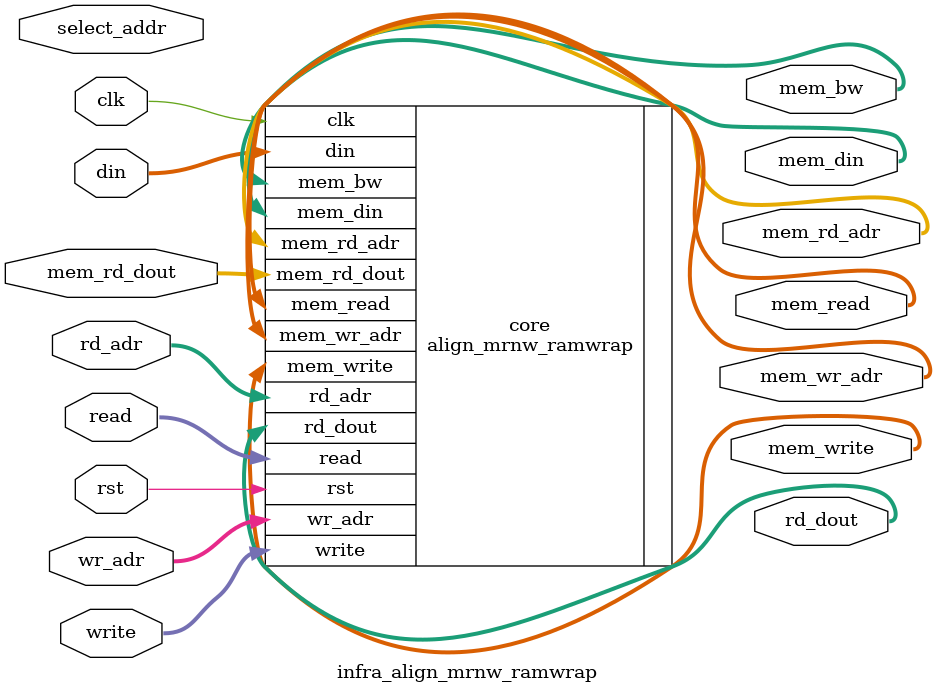
<source format=v>
module infra_align_mrnw_ramwrap (write, wr_adr, din, read, rd_adr, rd_dout,// rd_serr, rd_padr,
	                 mem_write, mem_wr_adr, mem_bw, mem_din, mem_read, mem_rd_adr, mem_rd_dout,
		         clk, rst,
		         select_addr);

  parameter WIDTH = 32;
  parameter PARITY = 1;
  parameter NUMRDPT = 2;
  parameter NUMWRPT = 2;
  parameter NUMADDR = 1024;
  parameter BITADDR = 10;
  parameter NUMWRDS = 4;
  parameter BITWRDS = 2;
  parameter NUMSROW = 256;
  parameter BITSROW = 8;
  parameter BITPADR = 10;
  parameter SRAM_DELAY = 2;
  parameter FLOPMEM = 0;

  parameter MEMWDTH = WIDTH;//+PARITY;

  input [NUMWRPT-1:0] write;
  input [NUMWRPT*BITADDR-1:0] wr_adr;
  input [NUMWRPT*WIDTH-1:0] din;

  input [NUMRDPT-1:0] read;
  input [NUMRDPT*BITADDR-1:0] rd_adr;
  output [NUMRDPT*WIDTH-1:0] rd_dout;

  output [NUMWRPT-1:0] mem_write;
  output [NUMWRPT*BITSROW-1:0] mem_wr_adr;
  output [NUMWRPT*NUMWRDS*MEMWDTH-1:0] mem_bw;
  output [NUMWRPT*NUMWRDS*MEMWDTH-1:0] mem_din;

  output [NUMRDPT-1:0] mem_read;
  output [NUMRDPT*BITSROW-1:0] mem_rd_adr;
  input [NUMRDPT*NUMWRDS*MEMWDTH-1:0] mem_rd_dout;

  input clk;
  input rst;

  input [BITADDR-1:0] select_addr;

  align_mrnw_ramwrap #(.WIDTH (WIDTH), //.PARITY (PARITY), 
               .NUMRDPT (NUMRDPT), .NUMWRPT (NUMWRPT), .NUMADDR (NUMADDR), .BITADDR (BITADDR),
               .NUMWRDS (NUMWRDS), .BITWRDS (BITWRDS), .NUMSROW (NUMSROW), .BITSROW (BITSROW), .BITPADR (BITPADR),
               .SRAM_DELAY (SRAM_DELAY), .FLOPMEM (FLOPMEM))
    core (.write (write), .wr_adr (wr_adr), .din (din),
          .read (read), .rd_adr (rd_adr), .rd_dout (rd_dout), //.rd_serr (rd_serr), .rd_padr (rd_padr),
          .mem_write (mem_write), .mem_wr_adr (mem_wr_adr), .mem_bw (mem_bw), .mem_din (mem_din),
          .mem_read (mem_read), .mem_rd_adr (mem_rd_adr), .mem_rd_dout (mem_rd_dout),
          .clk (clk), .rst (rst));

`ifdef FORMAL
//synopsys translate_off

assume_select_addr_range: assume property (@(posedge clk) disable iff (rst) (select_addr < NUMADDR));
assume_select_addr_stable: assume property (@(posedge clk) disable iff (rst) $stable(select_addr));

ip_top_sva_align_mrnw #(
     .WIDTH       (WIDTH),
     .PARITY      (PARITY),
     .NUMRDPT     (NUMRDPT),
     .NUMWRPT     (NUMWRPT),
     .NUMADDR     (NUMADDR),
     .BITADDR     (BITADDR),
     .NUMWRDS     (NUMWRDS),
     .BITWRDS     (BITWRDS),
     .NUMSROW     (NUMSROW),
     .BITSROW     (BITSROW),
     .SRAM_DELAY  (SRAM_DELAY),
     .FLOPMEM     (FLOPMEM))
ip_top_sva (.*);

ip_top_sva_2_align_mrnw #(
     .NUMADDR     (NUMADDR),
     .BITADDR     (BITADDR),
     .NUMRDPT     (NUMRDPT),
     .NUMWRPT     (NUMWRPT),
     .NUMSROW     (NUMSROW),
     .BITSROW     (BITSROW))
ip_top_sva_2 (.*);
//synopsys translate_on

`elsif SIM_SVA

genvar sva_int;
// generate for (sva_int=0; sva_int<WIDTH; sva_int=sva_int+1) begin
generate for (sva_int=0; sva_int<1; sva_int=sva_int+1) begin: sva_loop
  wire [BITADDR-1:0] help_addr = sva_int;
ip_top_sva_align_mrnw #(
     .WIDTH       (WIDTH),
     .PARITY      (PARITY),
     .NUMRDPT     (NUMRDPT),
     .NUMWRPT     (NUMWRPT),
     .NUMADDR     (NUMADDR),
     .BITADDR     (BITADDR),
     .NUMWRDS     (NUMWRDS),
     .BITWRDS     (BITWRDS),
     .NUMSROW     (NUMSROW),
     .BITSROW     (BITSROW),
     .SRAM_DELAY  (SRAM_DELAY),
     .FLOPMEM     (FLOPMEM))
ip_top_sva (.select_addr(help_addr), .*);
end
endgenerate

ip_top_sva_2_align_mrnw #(
     .NUMADDR     (NUMADDR),
     .BITADDR     (BITADDR),
     .NUMRDPT     (NUMRDPT),
     .NUMWRPT     (NUMWRPT),
     .NUMSROW     (NUMSROW),
     .BITSROW     (BITSROW))
ip_top_sva_2 (.*);

`endif

endmodule //infra_align_mrnw_ramwrap

</source>
